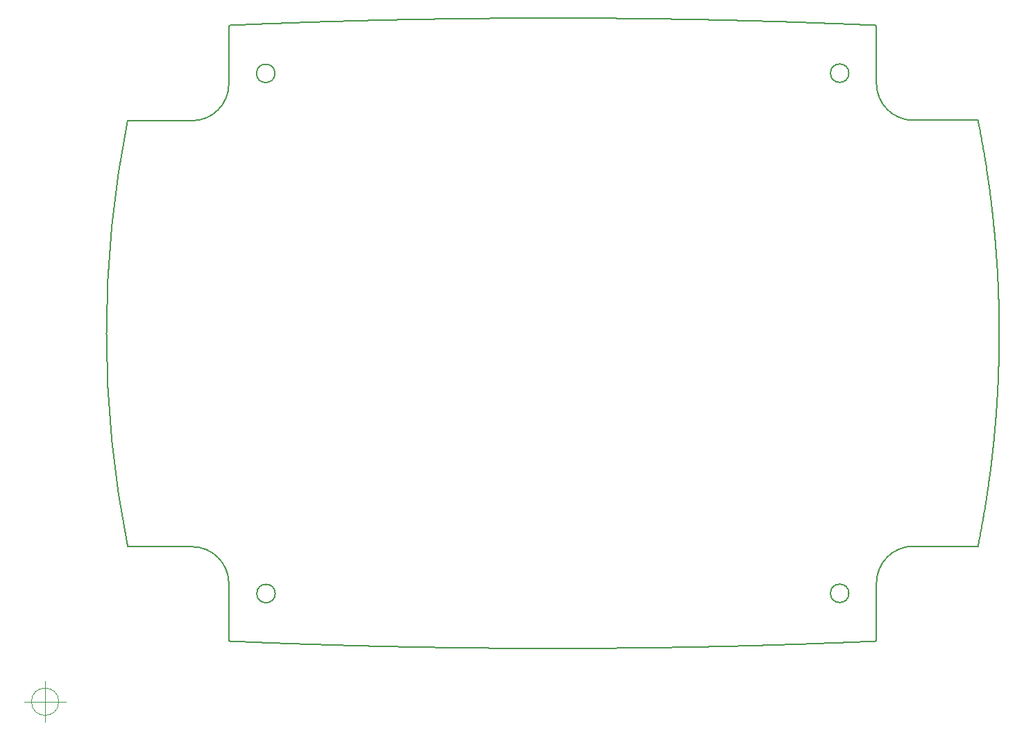
<source format=gbr>
G04 #@! TF.GenerationSoftware,KiCad,Pcbnew,(5.1.0)-1*
G04 #@! TF.CreationDate,2019-09-05T23:41:34+02:00*
G04 #@! TF.ProjectId,button_v1,62757474-6f6e-45f7-9631-2e6b69636164,rev?*
G04 #@! TF.SameCoordinates,Original*
G04 #@! TF.FileFunction,Profile,NP*
%FSLAX46Y46*%
G04 Gerber Fmt 4.6, Leading zero omitted, Abs format (unit mm)*
G04 Created by KiCad (PCBNEW (5.1.0)-1) date 2019-09-05 23:41:34*
%MOMM*%
%LPD*%
G04 APERTURE LIST*
%ADD10C,0.050000*%
%ADD11C,0.200000*%
G04 APERTURE END LIST*
D10*
X62626666Y-137160000D02*
G75*
G03X62626666Y-137160000I-1666666J0D01*
G01*
X58460000Y-137160000D02*
X63460000Y-137160000D01*
X60960000Y-134660000D02*
X60960000Y-139660000D01*
X62626666Y-137160000D02*
G75*
G03X62626666Y-137160000I-1666666J0D01*
G01*
X58460000Y-137160000D02*
X63460000Y-137160000D01*
X60960000Y-134660000D02*
X60960000Y-139660000D01*
D11*
X166922611Y-66180561D02*
X174812837Y-66180561D01*
X89008992Y-60452000D02*
G75*
G03X89008992Y-60452000I-1124992J0D01*
G01*
X83385175Y-61734833D02*
X83385175Y-54595987D01*
X159047992Y-60430562D02*
G75*
G03X159047992Y-60430562I-1124991J0D01*
G01*
X83385052Y-122734730D02*
X83385052Y-129764585D01*
X78885060Y-118234738D02*
X71049892Y-118234738D01*
X71049892Y-118234737D02*
G75*
G02X71028102Y-66234825I129375868J26054175D01*
G01*
X83675484Y-54582968D02*
X83475894Y-54591907D01*
X83475894Y-54591907D02*
X83385175Y-54595987D01*
X84004674Y-54568322D02*
X83809214Y-54577002D01*
X83809214Y-54577002D02*
X83675484Y-54582968D01*
X84663131Y-54539398D02*
X84395619Y-54551088D01*
X84395619Y-54551088D02*
X84189853Y-54560135D01*
X84189853Y-54560135D02*
X84004674Y-54568322D01*
X85321689Y-54510964D02*
X85054137Y-54522454D01*
X85054137Y-54522454D02*
X84807180Y-54533135D01*
X84807180Y-54533135D02*
X84663131Y-54539398D01*
X85980345Y-54483021D02*
X85753920Y-54492569D01*
X85753920Y-54492569D02*
X85548090Y-54501302D01*
X85548090Y-54501302D02*
X85342270Y-54510082D01*
X85342270Y-54510082D02*
X85321689Y-54510964D01*
X87297936Y-54428608D02*
X87071447Y-54437818D01*
X87071447Y-54437818D02*
X86824381Y-54447935D01*
X86824381Y-54447935D02*
X86618506Y-54456417D01*
X86618506Y-54456417D02*
X86412637Y-54464947D01*
X86412637Y-54464947D02*
X86206777Y-54473527D01*
X86206777Y-54473527D02*
X86000929Y-54482154D01*
X86000929Y-54482154D02*
X85980345Y-54483021D01*
X88615878Y-54376162D02*
X88399627Y-54384629D01*
X88399627Y-54384629D02*
X88183389Y-54393152D01*
X88183389Y-54393152D02*
X87977456Y-54401319D01*
X87977456Y-54401319D02*
X87771530Y-54409531D01*
X87771530Y-54409531D02*
X87548881Y-54418466D01*
X87548881Y-54418466D02*
X87328819Y-54427355D01*
X87328819Y-54427355D02*
X87297936Y-54428608D01*
X89934144Y-54325685D02*
X89666344Y-54335776D01*
X89666344Y-54335776D02*
X89460354Y-54343596D01*
X89460354Y-54343596D02*
X89254373Y-54351465D01*
X89254373Y-54351465D02*
X89048396Y-54359379D01*
X89048396Y-54359379D02*
X88842430Y-54367344D01*
X88842430Y-54367344D02*
X88636473Y-54375357D01*
X88636473Y-54375357D02*
X88615878Y-54376162D01*
X91252709Y-54277178D02*
X91026059Y-54285373D01*
X91026059Y-54285373D02*
X90820021Y-54292875D01*
X90820021Y-54292875D02*
X90613993Y-54300425D01*
X90613993Y-54300425D02*
X90407968Y-54308023D01*
X90407968Y-54308023D02*
X90201952Y-54315670D01*
X90201952Y-54315670D02*
X89995944Y-54323365D01*
X89995944Y-54323365D02*
X89934144Y-54325685D01*
X92571545Y-54230645D02*
X92344849Y-54238501D01*
X92344849Y-54238501D02*
X92138771Y-54245693D01*
X92138771Y-54245693D02*
X91927547Y-54253117D01*
X91927547Y-54253117D02*
X91726633Y-54260226D01*
X91726633Y-54260226D02*
X91479363Y-54269038D01*
X91479363Y-54269038D02*
X91252709Y-54277178D01*
X93890627Y-54186086D02*
X93689655Y-54192744D01*
X93689655Y-54192744D02*
X93457776Y-54200487D01*
X93457776Y-54200487D02*
X93251666Y-54207421D01*
X93251666Y-54207421D02*
X93045561Y-54214402D01*
X93045561Y-54214402D02*
X92834309Y-54221607D01*
X92834309Y-54221607D02*
X92633370Y-54228511D01*
X92633370Y-54228511D02*
X92571545Y-54230645D01*
X96529420Y-54102898D02*
X96302617Y-54109734D01*
X96302617Y-54109734D02*
X96096440Y-54116000D01*
X96096440Y-54116000D02*
X95890266Y-54122317D01*
X95890266Y-54122317D02*
X95684096Y-54128681D01*
X95684096Y-54128681D02*
X95477932Y-54135092D01*
X95477932Y-54135092D02*
X95271772Y-54141554D01*
X95271772Y-54141554D02*
X95065616Y-54148063D01*
X95065616Y-54148063D02*
X94854312Y-54154783D01*
X94854312Y-54154783D02*
X94612091Y-54162551D01*
X94612091Y-54162551D02*
X94364723Y-54170553D01*
X94364723Y-54170553D02*
X94076139Y-54179976D01*
X94076139Y-54179976D02*
X93890627Y-54186086D01*
X99168878Y-54027628D02*
X98900782Y-54034909D01*
X98900782Y-54034909D02*
X98653315Y-54041703D01*
X98653315Y-54041703D02*
X98351718Y-54050080D01*
X98351718Y-54050080D02*
X98075908Y-54057830D01*
X98075908Y-54057830D02*
X97869699Y-54063683D01*
X97869699Y-54063683D02*
X97663491Y-54069582D01*
X97663491Y-54069582D02*
X97457287Y-54075530D01*
X97457287Y-54075530D02*
X97258818Y-54081300D01*
X97258818Y-54081300D02*
X97003652Y-54088787D01*
X97003652Y-54088787D02*
X96797462Y-54094890D01*
X96797462Y-54094890D02*
X96591274Y-54101042D01*
X96591274Y-54101042D02*
X96529420Y-54102898D01*
X101808791Y-53960285D02*
X101499408Y-53967764D01*
X101499408Y-53967764D02*
X101293155Y-53972812D01*
X101293155Y-53972812D02*
X101086905Y-53977908D01*
X101086905Y-53977908D02*
X100880655Y-53983053D01*
X100880655Y-53983053D02*
X100674407Y-53988248D01*
X100674407Y-53988248D02*
X100468165Y-53993490D01*
X100468165Y-53993490D02*
X100261921Y-53998780D01*
X100261921Y-53998780D02*
X100065992Y-54003849D01*
X100065992Y-54003849D02*
X99849443Y-54009505D01*
X99849443Y-54009505D02*
X99643207Y-54014940D01*
X99643207Y-54014940D02*
X99436974Y-54020424D01*
X99436974Y-54020424D02*
X99230745Y-54025957D01*
X99230745Y-54025957D02*
X99168878Y-54027628D01*
X104448947Y-53900873D02*
X104222053Y-53905665D01*
X104222053Y-53905665D02*
X104015788Y-53910074D01*
X104015788Y-53910074D02*
X103809523Y-53914531D01*
X103809523Y-53914531D02*
X103603258Y-53919037D01*
X103603258Y-53919037D02*
X103396993Y-53923591D01*
X103396993Y-53923591D02*
X103190728Y-53928195D01*
X103190728Y-53928195D02*
X102984466Y-53932847D01*
X102984466Y-53932847D02*
X102778205Y-53937545D01*
X102778205Y-53937545D02*
X102582256Y-53942055D01*
X102582256Y-53942055D02*
X102324432Y-53948055D01*
X102324432Y-53948055D02*
X102035671Y-53954865D01*
X102035671Y-53954865D02*
X101829416Y-53959789D01*
X101829416Y-53959789D02*
X101808791Y-53960285D01*
X107089131Y-53849395D02*
X106820988Y-53854259D01*
X106820988Y-53854259D02*
X106614728Y-53858057D01*
X106614728Y-53858057D02*
X106408466Y-53861905D01*
X106408466Y-53861905D02*
X106202201Y-53865800D01*
X106202201Y-53865800D02*
X105995937Y-53869745D01*
X105995937Y-53869745D02*
X105789674Y-53873739D01*
X105789674Y-53873739D02*
X105583407Y-53877779D01*
X105583407Y-53877779D02*
X105377142Y-53881869D01*
X105377142Y-53881869D02*
X105170877Y-53886007D01*
X105170877Y-53886007D02*
X104840850Y-53892727D01*
X104840850Y-53892727D02*
X104634585Y-53896992D01*
X104634585Y-53896992D02*
X104448947Y-53900873D01*
X109729131Y-53805852D02*
X109419772Y-53810541D01*
X109419772Y-53810541D02*
X109131033Y-53815019D01*
X109131033Y-53815019D02*
X108801039Y-53820251D01*
X108801039Y-53820251D02*
X108594792Y-53823586D01*
X108594792Y-53823586D02*
X108388542Y-53826969D01*
X108388542Y-53826969D02*
X108182290Y-53830399D01*
X108182290Y-53830399D02*
X107976036Y-53833879D01*
X107976036Y-53833879D02*
X107769782Y-53837407D01*
X107769782Y-53837407D02*
X107563524Y-53840983D01*
X107563524Y-53840983D02*
X107357266Y-53844607D01*
X107357266Y-53844607D02*
X107151007Y-53848282D01*
X107151007Y-53848282D02*
X107089131Y-53849395D01*
X112368731Y-53770248D02*
X112141906Y-53772994D01*
X112141906Y-53772994D02*
X111935699Y-53775543D01*
X111935699Y-53775543D02*
X111729493Y-53778140D01*
X111729493Y-53778140D02*
X111523281Y-53780786D01*
X111523281Y-53780786D02*
X111317067Y-53783480D01*
X111317067Y-53783480D02*
X111110850Y-53786223D01*
X111110850Y-53786223D02*
X110863387Y-53789579D01*
X110863387Y-53789579D02*
X110657163Y-53792427D01*
X110657163Y-53792427D02*
X110450939Y-53795325D01*
X110450939Y-53795325D02*
X110244710Y-53798271D01*
X110244710Y-53798271D02*
X109955986Y-53802478D01*
X109955986Y-53802478D02*
X109749754Y-53805542D01*
X109749754Y-53805542D02*
X109729131Y-53805852D01*
X115007977Y-53742574D02*
X114739929Y-53745021D01*
X114739929Y-53745021D02*
X114533740Y-53746961D01*
X114533740Y-53746961D02*
X114327553Y-53748950D01*
X114327553Y-53748950D02*
X114121363Y-53750985D01*
X114121363Y-53750985D02*
X113915176Y-53753070D01*
X113915176Y-53753070D02*
X113708987Y-53755204D01*
X113708987Y-53755204D02*
X113502799Y-53757384D01*
X113502799Y-53757384D02*
X113296607Y-53759614D01*
X113296607Y-53759614D02*
X113090416Y-53761892D01*
X113090416Y-53761892D02*
X112760505Y-53765636D01*
X112760505Y-53765636D02*
X112554308Y-53768041D01*
X112554308Y-53768041D02*
X112368731Y-53770248D01*
X117647286Y-53722807D02*
X117420464Y-53724194D01*
X117420464Y-53724194D02*
X117090546Y-53726316D01*
X117090546Y-53726316D02*
X116843108Y-53727990D01*
X116843108Y-53727990D02*
X116636910Y-53729438D01*
X116636910Y-53729438D02*
X116430713Y-53730934D01*
X116430713Y-53730934D02*
X116224516Y-53732478D01*
X116224516Y-53732478D02*
X116018321Y-53734071D01*
X116018321Y-53734071D02*
X115812125Y-53735712D01*
X115812125Y-53735712D02*
X115605931Y-53737402D01*
X115605931Y-53737402D02*
X115399739Y-53739138D01*
X115399739Y-53739138D02*
X115069834Y-53742018D01*
X115069834Y-53742018D02*
X115007977Y-53742574D01*
X122926068Y-53706995D02*
X122699240Y-53707022D01*
X122699240Y-53707022D02*
X122493035Y-53707099D01*
X122493035Y-53707099D02*
X122286830Y-53707225D01*
X122286830Y-53707225D02*
X122080625Y-53707397D01*
X122080625Y-53707397D02*
X121874420Y-53707620D01*
X121874420Y-53707620D02*
X121668215Y-53707890D01*
X121668215Y-53707890D02*
X121420771Y-53708277D01*
X121420771Y-53708277D02*
X121132086Y-53708818D01*
X121132086Y-53708818D02*
X120925884Y-53709262D01*
X120925884Y-53709262D02*
X120719679Y-53709754D01*
X120719679Y-53709754D02*
X120513477Y-53710294D01*
X120513477Y-53710294D02*
X120307276Y-53710884D01*
X120307276Y-53710884D02*
X120101072Y-53711521D01*
X120101072Y-53711521D02*
X119894870Y-53712205D01*
X119894870Y-53712205D02*
X119688668Y-53712939D01*
X119688668Y-53712939D02*
X119358746Y-53714213D01*
X119358746Y-53714213D02*
X119152546Y-53715072D01*
X119152546Y-53715072D02*
X118946346Y-53715980D01*
X118946346Y-53715980D02*
X118740144Y-53716934D01*
X118740144Y-53716934D02*
X118533942Y-53717938D01*
X118533942Y-53717938D02*
X118327744Y-53718991D01*
X118327744Y-53718991D02*
X118121543Y-53720090D01*
X118121543Y-53720090D02*
X117915343Y-53721240D01*
X117915343Y-53721240D02*
X117709144Y-53722437D01*
X117709144Y-53722437D02*
X117647286Y-53722807D01*
X128204766Y-53722808D02*
X127977948Y-53721476D01*
X127977948Y-53721476D02*
X127730511Y-53720091D01*
X127730511Y-53720091D02*
X127524315Y-53718992D01*
X127524315Y-53718992D02*
X127318118Y-53717939D01*
X127318118Y-53717939D02*
X127111920Y-53716935D01*
X127111920Y-53716935D02*
X126905724Y-53715981D01*
X126905724Y-53715981D02*
X126699524Y-53715072D01*
X126699524Y-53715072D02*
X126493327Y-53714213D01*
X126493327Y-53714213D02*
X126287129Y-53713403D01*
X126287129Y-53713403D02*
X125998450Y-53712348D01*
X125998450Y-53712348D02*
X125751013Y-53711521D01*
X125751013Y-53711521D02*
X125544815Y-53710884D01*
X125544815Y-53710884D02*
X125328303Y-53710265D01*
X125328303Y-53710265D02*
X125091173Y-53709652D01*
X125091173Y-53709652D02*
X124802493Y-53708989D01*
X124802493Y-53708989D02*
X124596294Y-53708575D01*
X124596294Y-53708575D02*
X124307614Y-53708075D01*
X124307614Y-53708075D02*
X123977692Y-53707620D01*
X123977692Y-53707620D02*
X123771492Y-53707397D01*
X123771492Y-53707397D02*
X123565292Y-53707225D01*
X123565292Y-53707225D02*
X123359089Y-53707099D01*
X123359089Y-53707099D02*
X123152887Y-53707022D01*
X123152887Y-53707022D02*
X122926068Y-53706995D01*
X130844032Y-53742575D02*
X130575985Y-53740204D01*
X130575985Y-53740204D02*
X130369797Y-53738438D01*
X130369797Y-53738438D02*
X130163606Y-53736720D01*
X130163606Y-53736720D02*
X129957415Y-53735050D01*
X129957415Y-53735050D02*
X129751222Y-53733428D01*
X129751222Y-53733428D02*
X129545032Y-53731855D01*
X129545032Y-53731855D02*
X129338835Y-53730330D01*
X129338835Y-53730330D02*
X129132641Y-53728853D01*
X129132641Y-53728853D02*
X128926448Y-53727425D01*
X128926448Y-53727425D02*
X128596535Y-53725240D01*
X128596535Y-53725240D02*
X128349100Y-53723682D01*
X128349100Y-53723682D02*
X128204766Y-53722808D01*
X133483234Y-53770249D02*
X133215180Y-53767074D01*
X133215180Y-53767074D02*
X132885275Y-53763282D01*
X132885275Y-53763282D02*
X132637847Y-53760520D01*
X132637847Y-53760520D02*
X132349184Y-53757385D01*
X132349184Y-53757385D02*
X132143000Y-53755205D01*
X132143000Y-53755205D02*
X131936813Y-53753071D01*
X131936813Y-53753071D02*
X131730626Y-53750986D01*
X131730626Y-53750986D02*
X131524443Y-53748951D01*
X131524443Y-53748951D02*
X131318258Y-53746962D01*
X131318258Y-53746962D02*
X131112072Y-53745022D01*
X131112072Y-53745022D02*
X130905886Y-53743132D01*
X130905886Y-53743132D02*
X130844032Y-53742575D01*
X136122731Y-53805851D02*
X135895882Y-53802477D01*
X135895882Y-53802477D02*
X135689661Y-53799462D01*
X135689661Y-53799462D02*
X135483441Y-53796498D01*
X135483441Y-53796498D02*
X135277224Y-53793580D01*
X135277224Y-53793580D02*
X135071008Y-53790712D01*
X135071008Y-53790712D02*
X134864796Y-53787892D01*
X134864796Y-53787892D02*
X134617344Y-53784571D01*
X134617344Y-53784571D02*
X134328655Y-53780786D01*
X134328655Y-53780786D02*
X134122451Y-53778140D01*
X134122451Y-53778140D02*
X133916248Y-53775543D01*
X133916248Y-53775543D02*
X133710049Y-53772995D01*
X133710049Y-53772995D02*
X133503853Y-53770495D01*
X133503853Y-53770495D02*
X133483234Y-53770249D01*
X138762561Y-53849390D02*
X138535689Y-53845334D01*
X138535689Y-53845334D02*
X138288197Y-53840979D01*
X138288197Y-53840979D02*
X138081955Y-53837403D01*
X138081955Y-53837403D02*
X137875712Y-53833875D01*
X137875712Y-53833875D02*
X137669473Y-53830396D01*
X137669473Y-53830396D02*
X137463237Y-53826966D01*
X137463237Y-53826966D02*
X137256999Y-53823584D01*
X137256999Y-53823584D02*
X137050764Y-53820249D01*
X137050764Y-53820249D02*
X136844529Y-53816964D01*
X136844529Y-53816964D02*
X136638298Y-53813728D01*
X136638298Y-53813728D02*
X136432068Y-53810540D01*
X136432068Y-53810540D02*
X136225841Y-53807401D01*
X136225841Y-53807401D02*
X136122731Y-53805851D01*
X141402535Y-53900864D02*
X141134410Y-53895272D01*
X141134410Y-53895272D02*
X140804410Y-53888504D01*
X140804410Y-53888504D02*
X140556913Y-53883510D01*
X140556913Y-53883510D02*
X140268164Y-53877771D01*
X140268164Y-53877771D02*
X140061917Y-53873732D01*
X140061917Y-53873732D02*
X139855667Y-53869738D01*
X139855667Y-53869738D02*
X139649419Y-53865794D01*
X139649419Y-53865794D02*
X139443171Y-53861900D01*
X139443171Y-53861900D02*
X139236925Y-53858052D01*
X139236925Y-53858052D02*
X139030678Y-53854254D01*
X139030678Y-53854254D02*
X138824433Y-53850504D01*
X138824433Y-53850504D02*
X138762561Y-53849390D01*
X144042464Y-53960269D02*
X143815598Y-53954850D01*
X143815598Y-53954850D02*
X143609359Y-53949976D01*
X143609359Y-53949976D02*
X143403118Y-53945152D01*
X143403118Y-53945152D02*
X143196875Y-53940374D01*
X143196875Y-53940374D02*
X142988052Y-53935587D01*
X142988052Y-53935587D02*
X142784388Y-53930968D01*
X142784388Y-53930968D02*
X142536894Y-53925415D01*
X142536894Y-53925415D02*
X142248148Y-53919026D01*
X142248148Y-53919026D02*
X142041903Y-53914521D01*
X142041903Y-53914521D02*
X141835653Y-53910064D01*
X141835653Y-53910064D02*
X141629406Y-53905656D01*
X141629406Y-53905656D02*
X141423158Y-53901296D01*
X141423158Y-53901296D02*
X141402535Y-53900864D01*
X146682160Y-54027605D02*
X146442433Y-54021160D01*
X146442433Y-54021160D02*
X146196262Y-54014610D01*
X146196262Y-54014610D02*
X145919155Y-54007323D01*
X145919155Y-54007323D02*
X145712934Y-54001956D01*
X145712934Y-54001956D02*
X145506707Y-53996637D01*
X145506707Y-53996637D02*
X145310793Y-53991630D01*
X145310793Y-53991630D02*
X145094253Y-53986145D01*
X145094253Y-53986145D02*
X144805530Y-53978916D01*
X144805530Y-53978916D02*
X144558051Y-53972795D01*
X144558051Y-53972795D02*
X144346661Y-53967621D01*
X144346661Y-53967621D02*
X144145581Y-53962749D01*
X144145581Y-53962749D02*
X144042464Y-53960269D01*
X149321436Y-54102867D02*
X149053407Y-54094860D01*
X149053407Y-54094860D02*
X148805991Y-54087542D01*
X148805991Y-54087542D02*
X148599808Y-54081498D01*
X148599808Y-54081498D02*
X148393621Y-54075502D01*
X148393621Y-54075502D02*
X148187433Y-54069555D01*
X148187433Y-54069555D02*
X147906493Y-54061528D01*
X147906493Y-54061528D02*
X147692565Y-54055477D01*
X147692565Y-54055477D02*
X147486364Y-54049694D01*
X147486364Y-54049694D02*
X147280161Y-54043959D01*
X147280161Y-54043959D02*
X147073955Y-54038273D01*
X147073955Y-54038273D02*
X146826505Y-54031514D01*
X146826505Y-54031514D02*
X146682160Y-54027605D01*
X151960106Y-54186048D02*
X151733371Y-54178587D01*
X151733371Y-54178587D02*
X151527245Y-54171855D01*
X151527245Y-54171855D02*
X151321117Y-54165175D01*
X151321117Y-54165175D02*
X151042833Y-54156230D01*
X151042833Y-54156230D02*
X150836692Y-54149662D01*
X150836692Y-54149662D02*
X150620241Y-54142817D01*
X150620241Y-54142817D02*
X150414090Y-54136347D01*
X150414090Y-54136347D02*
X150207937Y-54129926D01*
X150207937Y-54129926D02*
X150012088Y-54123870D01*
X150012088Y-54123870D02*
X149813658Y-54117779D01*
X149813658Y-54117779D02*
X149609426Y-54111557D01*
X149609426Y-54111557D02*
X149383285Y-54104724D01*
X149383285Y-54104724D02*
X149321436Y-54102867D01*
X153279157Y-54230605D02*
X153052457Y-54222803D01*
X153052457Y-54222803D02*
X152815449Y-54214712D01*
X152815449Y-54214712D02*
X152599045Y-54207382D01*
X152599045Y-54207382D02*
X152392940Y-54200448D01*
X152392940Y-54200448D02*
X152186829Y-54193563D01*
X152186829Y-54193563D02*
X151991022Y-54187068D01*
X151991022Y-54187068D02*
X151960106Y-54186048D01*
X154597986Y-54277136D02*
X154371327Y-54268996D01*
X154371327Y-54268996D02*
X154175571Y-54262014D01*
X154175571Y-54262014D02*
X153959205Y-54254349D01*
X153959205Y-54254349D02*
X153762149Y-54247412D01*
X153762149Y-54247412D02*
X153554787Y-54240163D01*
X153554787Y-54240163D02*
X153340980Y-54232740D01*
X153340980Y-54232740D02*
X153279157Y-54230605D01*
X155916572Y-54325642D02*
X155659054Y-54316011D01*
X155659054Y-54316011D02*
X155453033Y-54308362D01*
X155453033Y-54308362D02*
X155236706Y-54300383D01*
X155236706Y-54300383D02*
X155025521Y-54292644D01*
X155025521Y-54292644D02*
X154824634Y-54285331D01*
X154824634Y-54285331D02*
X154597986Y-54277136D01*
X157234890Y-54376119D02*
X157008321Y-54367301D01*
X157008321Y-54367301D02*
X156802346Y-54359336D01*
X156802346Y-54359336D02*
X156596363Y-54351422D01*
X156596363Y-54351422D02*
X156390372Y-54343553D01*
X156390372Y-54343553D02*
X156184374Y-54335733D01*
X156184374Y-54335733D02*
X155978372Y-54327963D01*
X155978372Y-54327963D02*
X155916572Y-54325642D01*
X158552917Y-54428568D02*
X158285214Y-54417753D01*
X158285214Y-54417753D02*
X158079284Y-54409490D01*
X158079284Y-54409490D02*
X157873345Y-54401276D01*
X157873345Y-54401276D02*
X157667398Y-54393109D01*
X157667398Y-54393109D02*
X157471742Y-54385396D01*
X157471742Y-54385396D02*
X157255486Y-54376923D01*
X157255486Y-54376923D02*
X157234890Y-54376119D01*
X159870630Y-54482984D02*
X159675050Y-54474780D01*
X159675050Y-54474780D02*
X159479465Y-54466621D01*
X159479465Y-54466621D02*
X159242695Y-54456803D01*
X159242695Y-54456803D02*
X159026504Y-54447895D01*
X159026504Y-54447895D02*
X158820600Y-54439459D01*
X158820600Y-54439459D02*
X158614690Y-54431073D01*
X158614690Y-54431073D02*
X158552917Y-54428568D01*
X160529362Y-54510930D02*
X160302929Y-54501267D01*
X160302929Y-54501267D02*
X160044324Y-54490301D01*
X160044324Y-54490301D02*
X159870630Y-54482984D01*
X161188006Y-54539367D02*
X160920440Y-54527753D01*
X160920440Y-54527753D02*
X160714613Y-54518876D01*
X160714613Y-54518876D02*
X160529362Y-54510930D01*
X161846560Y-54568295D02*
X161620190Y-54558295D01*
X161620190Y-54558295D02*
X161414392Y-54549253D01*
X161414392Y-54549253D02*
X161208586Y-54540263D01*
X161208586Y-54540263D02*
X161188006Y-54539367D01*
X162175803Y-54582944D02*
X161949450Y-54572858D01*
X161949450Y-54572858D02*
X161846560Y-54568295D01*
X162422619Y-54594006D02*
X162175803Y-54582944D01*
X83385175Y-61734833D02*
G75*
G02X78885183Y-66234825I-4499992J0D01*
G01*
X78885183Y-66234825D02*
X71028102Y-66234825D01*
X166922611Y-66180561D02*
G75*
G02X162422619Y-61680569I0J4499992D01*
G01*
X162422457Y-122680476D02*
G75*
G02X166922449Y-118180484I4499992J0D01*
G01*
X78885060Y-118234738D02*
G75*
G02X83385052Y-122734730I0J-4499992D01*
G01*
X89047981Y-123951873D02*
G75*
G03X89047981Y-123951873I-1124992J0D01*
G01*
X174908656Y-66662027D02*
X174874424Y-66488954D01*
X174874424Y-66488954D02*
X174836206Y-66297129D01*
X174836206Y-66297129D02*
X174812837Y-66180561D01*
X175089100Y-67595319D02*
X175054381Y-67412924D01*
X175054381Y-67412924D02*
X175018707Y-67226937D01*
X175018707Y-67226937D02*
X174984181Y-67048297D01*
X174984181Y-67048297D02*
X174950122Y-66873351D01*
X174950122Y-66873351D02*
X174915829Y-66698455D01*
X174915829Y-66698455D02*
X174908656Y-66662027D01*
X175262833Y-68529970D02*
X175229426Y-68347314D01*
X175229426Y-68347314D02*
X175197117Y-68172014D01*
X175197117Y-68172014D02*
X175164571Y-67996760D01*
X175164571Y-67996760D02*
X175132430Y-67824975D01*
X175132430Y-67824975D02*
X175098772Y-67646395D01*
X175098772Y-67646395D02*
X175089100Y-67595319D01*
X175429843Y-69465929D02*
X175397750Y-69283021D01*
X175397750Y-69283021D02*
X175364753Y-69096509D01*
X175364753Y-69096509D02*
X175332798Y-68917358D01*
X175332798Y-68917358D02*
X175301256Y-68741909D01*
X175301256Y-68741909D02*
X175269148Y-68564677D01*
X175269148Y-68564677D02*
X175262833Y-68529970D01*
X175590118Y-70403140D02*
X175559959Y-70223654D01*
X175559959Y-70223654D02*
X175529556Y-70044217D01*
X175529556Y-70044217D02*
X175499535Y-69868484D01*
X175499535Y-69868484D02*
X175469276Y-69692795D01*
X175469276Y-69692795D02*
X175439257Y-69519892D01*
X175439257Y-69519892D02*
X175429843Y-69465929D01*
X175743647Y-71341550D02*
X175714038Y-71157254D01*
X175714038Y-71157254D02*
X175685669Y-70982173D01*
X175685669Y-70982173D02*
X175657514Y-70809882D01*
X175657514Y-70809882D02*
X175625491Y-70615644D01*
X175625491Y-70615644D02*
X175596851Y-70443435D01*
X175596851Y-70443435D02*
X175590118Y-70403140D01*
X176030427Y-73221757D02*
X176001453Y-73023247D01*
X176001453Y-73023247D02*
X175975450Y-72846837D01*
X175975450Y-72846837D02*
X175947012Y-72655765D01*
X175947012Y-72655765D02*
X175920512Y-72479433D01*
X175920512Y-72479433D02*
X175893776Y-72303139D01*
X175893776Y-72303139D02*
X175866800Y-72126882D01*
X175866800Y-72126882D02*
X175839586Y-71950664D01*
X175839586Y-71950664D02*
X175812136Y-71774485D01*
X175812136Y-71774485D02*
X175784448Y-71598347D01*
X175784448Y-71598347D02*
X175751846Y-71392900D01*
X175751846Y-71392900D02*
X175743647Y-71341550D01*
X176290113Y-75106112D02*
X176265946Y-74921919D01*
X176265946Y-74921919D02*
X176238574Y-74715670D01*
X176238574Y-74715670D02*
X176212868Y-74524193D01*
X176212868Y-74524193D02*
X176187633Y-74338276D01*
X176187633Y-74338276D02*
X176162644Y-74156080D01*
X176162644Y-74156080D02*
X176137655Y-73975758D01*
X176137655Y-73975758D02*
X176112937Y-73799152D01*
X176112937Y-73799152D02*
X176084321Y-73596837D01*
X176084321Y-73596837D02*
X176059093Y-73420307D01*
X176059093Y-73420307D02*
X176033625Y-73243815D01*
X176033625Y-73243815D02*
X176030427Y-73221757D01*
X176522635Y-76994179D02*
X176501124Y-76809643D01*
X176501124Y-76809643D02*
X176478918Y-76621452D01*
X176478918Y-76621452D02*
X176457492Y-76442054D01*
X176457492Y-76442054D02*
X176434144Y-76248860D01*
X176434144Y-76248860D02*
X176411303Y-76062151D01*
X176411303Y-76062151D02*
X176388770Y-75880088D01*
X176388770Y-75880088D02*
X176364242Y-75684229D01*
X176364242Y-75684229D02*
X176340482Y-75496708D01*
X176340482Y-75496708D02*
X176315855Y-75304611D01*
X176315855Y-75304611D02*
X176290113Y-75106112D01*
X176727917Y-78885511D02*
X176709069Y-78700676D01*
X176709069Y-78700676D02*
X176689001Y-78506632D01*
X176689001Y-78506632D02*
X176669036Y-78316315D01*
X176669036Y-78316315D02*
X176649784Y-78135262D01*
X176649784Y-78135262D02*
X176629485Y-77946851D01*
X176629485Y-77946851D02*
X176605861Y-77730766D01*
X176605861Y-77730766D02*
X176585597Y-77547959D01*
X176585597Y-77547959D02*
X176564034Y-77355950D01*
X176564034Y-77355950D02*
X176538805Y-77134442D01*
X176538805Y-77134442D02*
X176522635Y-76994179D01*
X176905902Y-80779667D02*
X176889721Y-80594576D01*
X176889721Y-80594576D02*
X176872620Y-80402107D01*
X176872620Y-80402107D02*
X176855236Y-80209667D01*
X176855236Y-80209667D02*
X176836114Y-80001523D01*
X176836114Y-80001523D02*
X176818234Y-79810063D01*
X176818234Y-79810063D02*
X176799982Y-79617703D01*
X176799982Y-79617703D02*
X176781452Y-79425369D01*
X176781452Y-79425369D02*
X176762638Y-79233064D01*
X176762638Y-79233064D02*
X176742063Y-79025998D01*
X176742063Y-79025998D02*
X176727917Y-78885511D01*
X177056566Y-82676220D02*
X177038951Y-82435327D01*
X177038951Y-82435327D02*
X177023422Y-82227815D01*
X177023422Y-82227815D02*
X177008426Y-82031444D01*
X177008426Y-82031444D02*
X176993428Y-81838799D01*
X176993428Y-81838799D02*
X176978147Y-81646176D01*
X176978147Y-81646176D02*
X176962585Y-81453576D01*
X176962585Y-81453576D02*
X176946742Y-81261001D01*
X176946742Y-81261001D02*
X176930615Y-81068448D01*
X176930615Y-81068448D02*
X176914209Y-80875920D01*
X176914209Y-80875920D02*
X176905902Y-80779667D01*
X177179887Y-84574739D02*
X177167288Y-84359585D01*
X177167288Y-84359585D02*
X177155697Y-84166707D01*
X177155697Y-84166707D02*
X177143823Y-83973847D01*
X177143823Y-83973847D02*
X177131667Y-83781003D01*
X177131667Y-83781003D02*
X177119229Y-83588179D01*
X177119229Y-83588179D02*
X177106509Y-83395369D01*
X177106509Y-83395369D02*
X177093506Y-83202581D01*
X177093506Y-83202581D02*
X177080609Y-83015371D01*
X177080609Y-83015371D02*
X177066656Y-82817062D01*
X177066656Y-82817062D02*
X177056566Y-82676220D01*
X177344415Y-88375966D02*
X177338472Y-88175410D01*
X177338472Y-88175410D02*
X177331038Y-87937729D01*
X177331038Y-87937729D02*
X177324555Y-87740906D01*
X177324555Y-87740906D02*
X177317520Y-87536669D01*
X177317520Y-87536669D02*
X177310577Y-87343580D01*
X177310577Y-87343580D02*
X177302215Y-87120794D01*
X177302215Y-87120794D02*
X177294664Y-86927726D01*
X177294664Y-86927726D02*
X177286830Y-86734668D01*
X177286830Y-86734668D02*
X177278634Y-86539762D01*
X177278634Y-86539762D02*
X177269658Y-86333733D01*
X177269658Y-86333733D02*
X177260955Y-86140709D01*
X177260955Y-86140709D02*
X177251970Y-85947698D01*
X177251970Y-85947698D02*
X177242703Y-85754699D01*
X177242703Y-85754699D02*
X177233153Y-85561714D01*
X177233153Y-85561714D02*
X177222551Y-85353896D01*
X177222551Y-85353896D02*
X177211028Y-85134964D01*
X177211028Y-85134964D02*
X177200368Y-84938315D01*
X177200368Y-84938315D02*
X177189624Y-84745388D01*
X177189624Y-84745388D02*
X177179887Y-84574739D01*
X177399308Y-92179917D02*
X177399153Y-91979299D01*
X177399153Y-91979299D02*
X177398627Y-91756393D01*
X177398627Y-91756393D02*
X177397573Y-91503766D01*
X177397573Y-91503766D02*
X177396140Y-91265999D01*
X177396140Y-91265999D02*
X177394145Y-91013374D01*
X177394145Y-91013374D02*
X177391826Y-90775611D01*
X177391826Y-90775611D02*
X177389077Y-90537850D01*
X177389077Y-90537850D02*
X177386321Y-90329813D01*
X177386321Y-90329813D02*
X177383235Y-90121777D01*
X177383235Y-90121777D02*
X177379823Y-89913746D01*
X177379823Y-89913746D02*
X177375519Y-89676001D01*
X177375519Y-89676001D02*
X177370789Y-89438262D01*
X177370789Y-89438262D02*
X177365628Y-89200530D01*
X177365628Y-89200530D02*
X177360763Y-88992521D01*
X177360763Y-88992521D02*
X177354979Y-88761768D01*
X177354979Y-88761768D02*
X177349639Y-88561667D01*
X177349639Y-88561667D02*
X177344415Y-88375966D01*
X177344328Y-95983454D02*
X177349968Y-95782929D01*
X177349968Y-95782929D02*
X177356261Y-95545262D01*
X177356261Y-95545262D02*
X177362125Y-95307586D01*
X177362125Y-95307586D02*
X177366905Y-95099610D01*
X177366905Y-95099610D02*
X177371659Y-94876769D01*
X177371659Y-94876769D02*
X177375758Y-94668778D01*
X177375758Y-94668778D02*
X177379528Y-94460780D01*
X177379528Y-94460780D02*
X177382969Y-94252775D01*
X177382969Y-94252775D02*
X177386500Y-94015051D01*
X177386500Y-94015051D02*
X177389601Y-93777316D01*
X177389601Y-93777316D02*
X177392426Y-93524719D01*
X177392426Y-93524719D02*
X177394642Y-93286972D01*
X177394642Y-93286972D02*
X177396716Y-93004642D01*
X177396716Y-93004642D02*
X177397856Y-92796606D01*
X177397856Y-92796606D02*
X177398757Y-92558847D01*
X177398757Y-92558847D02*
X177399229Y-92321086D01*
X177399229Y-92321086D02*
X177399308Y-92179917D01*
X177179589Y-99783734D02*
X177191009Y-99583455D01*
X177191009Y-99583455D02*
X177203346Y-99360909D01*
X177203346Y-99360909D02*
X177213732Y-99168018D01*
X177213732Y-99168018D02*
X177223739Y-98976967D01*
X177223739Y-98976967D02*
X177233659Y-98782192D01*
X177233659Y-98782192D02*
X177243200Y-98589257D01*
X177243200Y-98589257D02*
X177253157Y-98381466D01*
X177253157Y-98381466D02*
X177262110Y-98188502D01*
X177262110Y-98188502D02*
X177270783Y-97995526D01*
X177270783Y-97995526D02*
X177280436Y-97772845D01*
X177280436Y-97772845D02*
X177288496Y-97579841D01*
X177288496Y-97579841D02*
X177296277Y-97386827D01*
X177296277Y-97386827D02*
X177303842Y-97191946D01*
X177303842Y-97191946D02*
X177311530Y-96985917D01*
X177311530Y-96985917D02*
X177319477Y-96763168D01*
X177319477Y-96763168D02*
X177326554Y-96555257D01*
X177326554Y-96555257D02*
X177333304Y-96347337D01*
X177333304Y-96347337D02*
X177340171Y-96124552D01*
X177340171Y-96124552D02*
X177344328Y-95983454D01*
X176905447Y-103577648D02*
X176921758Y-103387961D01*
X176921758Y-103387961D02*
X176938887Y-103185301D01*
X176938887Y-103185301D02*
X176954865Y-102992797D01*
X176954865Y-102992797D02*
X176970563Y-102800267D01*
X176970563Y-102800267D02*
X176985687Y-102611418D01*
X176985687Y-102611418D02*
X177001115Y-102415141D01*
X177001115Y-102415141D02*
X177015969Y-102222543D01*
X177015969Y-102222543D02*
X177030540Y-102029925D01*
X177030540Y-102029925D02*
X177045919Y-101822466D01*
X177045919Y-101822466D02*
X177059906Y-101629806D01*
X177059906Y-101629806D02*
X177073611Y-101437125D01*
X177073611Y-101437125D02*
X177087034Y-101244421D01*
X177087034Y-101244421D02*
X177100176Y-101051700D01*
X177100176Y-101051700D02*
X177113037Y-100858961D01*
X177113037Y-100858961D02*
X177125615Y-100666202D01*
X177125615Y-100666202D02*
X177137911Y-100473424D01*
X177137911Y-100473424D02*
X177149926Y-100280630D01*
X177149926Y-100280630D02*
X177161658Y-100087816D01*
X177161658Y-100087816D02*
X177173109Y-99894987D01*
X177173109Y-99894987D02*
X177179589Y-99783734D01*
X176522261Y-107362090D02*
X176543495Y-107177566D01*
X176543495Y-107177566D02*
X176565306Y-106985633D01*
X176565306Y-106985633D02*
X176586836Y-106793668D01*
X176586836Y-106793668D02*
X176606869Y-106612750D01*
X176606869Y-106612750D02*
X176627456Y-106424421D01*
X176627456Y-106424421D02*
X176646979Y-106243446D01*
X176646979Y-106243446D02*
X176667037Y-106055059D01*
X176667037Y-106055059D02*
X176687209Y-105862946D01*
X176687209Y-105862946D02*
X176707100Y-105670805D01*
X176707100Y-105670805D02*
X176726713Y-105478636D01*
X176726713Y-105478636D02*
X176746040Y-105286436D01*
X176746040Y-105286436D02*
X176766723Y-105077573D01*
X176766723Y-105077573D02*
X176784931Y-104890863D01*
X176784931Y-104890863D02*
X176803755Y-104694883D01*
X176803755Y-104694883D02*
X176821940Y-104502574D01*
X176821940Y-104502574D02*
X176839843Y-104310238D01*
X176839843Y-104310238D02*
X176857467Y-104117875D01*
X176857467Y-104117875D02*
X176874809Y-103925487D01*
X176874809Y-103925487D02*
X176893170Y-103718272D01*
X176893170Y-103718272D02*
X176905447Y-103577648D01*
X175430193Y-114890123D02*
X175462006Y-114707124D01*
X175462006Y-114707124D02*
X175494821Y-114516762D01*
X175494821Y-114516762D02*
X175524866Y-114341000D01*
X175524866Y-114341000D02*
X175554673Y-114165199D01*
X175554673Y-114165199D02*
X175584244Y-113989357D01*
X175584244Y-113989357D02*
X175613575Y-113813475D01*
X175613575Y-113813475D02*
X175645837Y-113618308D01*
X175645837Y-113618308D02*
X175676315Y-113432263D01*
X175676315Y-113432263D02*
X175707266Y-113241590D01*
X175707266Y-113241590D02*
X175737938Y-113050871D01*
X175737938Y-113050871D02*
X175766004Y-112874783D01*
X175766004Y-112874783D02*
X175793832Y-112698657D01*
X175793832Y-112698657D02*
X175823710Y-112507812D01*
X175823710Y-112507812D02*
X175853310Y-112316925D01*
X175853310Y-112316925D02*
X175882631Y-112125994D01*
X175882631Y-112125994D02*
X175914170Y-111918491D01*
X175914170Y-111918491D02*
X175940434Y-111744005D01*
X175940434Y-111744005D02*
X175966737Y-111567646D01*
X175966737Y-111567646D02*
X175992801Y-111391251D01*
X175992801Y-111391251D02*
X176018628Y-111214822D01*
X176018628Y-111214822D02*
X176046339Y-111023652D01*
X176046339Y-111023652D02*
X176071668Y-110847149D01*
X176071668Y-110847149D02*
X176096761Y-110670616D01*
X176096761Y-110670616D02*
X176121614Y-110494046D01*
X176121614Y-110494046D02*
X176146230Y-110317445D01*
X176146230Y-110317445D02*
X176172629Y-110126088D01*
X176172629Y-110126088D02*
X176196749Y-109949418D01*
X176196749Y-109949418D02*
X176220630Y-109772715D01*
X176220630Y-109772715D02*
X176248191Y-109566520D01*
X176248191Y-109566520D02*
X176271556Y-109389748D01*
X176271556Y-109389748D02*
X176296599Y-109198212D01*
X176296599Y-109198212D02*
X176327038Y-108962422D01*
X176327038Y-108962422D02*
X176355189Y-108741322D01*
X176355189Y-108741322D02*
X176379285Y-108549662D01*
X176379285Y-108549662D02*
X176405148Y-108341376D01*
X176405148Y-108341376D02*
X176428436Y-108151488D01*
X176428436Y-108151488D02*
X176450114Y-107972632D01*
X176450114Y-107972632D02*
X176474625Y-107767924D01*
X176474625Y-107767924D02*
X176497300Y-107576091D01*
X176497300Y-107576091D02*
X176519694Y-107384229D01*
X176519694Y-107384229D02*
X176522261Y-107362090D01*
X174812626Y-118180484D02*
X174851111Y-117988127D01*
X174851111Y-117988127D02*
X174886774Y-117808543D01*
X174886774Y-117808543D02*
X174922188Y-117628910D01*
X174922188Y-117628910D02*
X174957353Y-117449230D01*
X174957353Y-117449230D02*
X174991025Y-117275919D01*
X174991025Y-117275919D02*
X175026932Y-117089722D01*
X175026932Y-117089722D02*
X175060124Y-116916321D01*
X175060124Y-116916321D02*
X175095515Y-116730025D01*
X175095515Y-116730025D02*
X175129433Y-116550107D01*
X175129433Y-116550107D02*
X175161900Y-116376567D01*
X175161900Y-116376567D02*
X175196515Y-116190126D01*
X175196515Y-116190126D02*
X175228503Y-116016499D01*
X175228503Y-116016499D02*
X175267283Y-115804231D01*
X175267283Y-115804231D02*
X175301075Y-115617640D01*
X175301075Y-115617640D02*
X175336901Y-115418126D01*
X175336901Y-115418126D02*
X175368997Y-115237873D01*
X175368997Y-115237873D02*
X175399709Y-115064017D01*
X175399709Y-115064017D02*
X175430193Y-114890123D01*
X117647347Y-130637955D02*
X117915403Y-130639522D01*
X117915403Y-130639522D02*
X118121600Y-130640674D01*
X118121600Y-130640674D02*
X118327798Y-130641778D01*
X118327798Y-130641778D02*
X118575235Y-130643038D01*
X118575235Y-130643038D02*
X118781433Y-130644035D01*
X118781433Y-130644035D02*
X119152592Y-130645707D01*
X119152592Y-130645707D02*
X119482510Y-130647063D01*
X119482510Y-130647063D02*
X119688710Y-130647847D01*
X119688710Y-130647847D02*
X119894909Y-130648583D01*
X119894909Y-130648583D02*
X120101111Y-130649270D01*
X120101111Y-130649270D02*
X120307312Y-130649911D01*
X120307312Y-130649911D02*
X120637231Y-130650832D01*
X120637231Y-130650832D02*
X120843431Y-130651344D01*
X120843431Y-130651344D02*
X121132114Y-130651981D01*
X121132114Y-130651981D02*
X121462036Y-130652593D01*
X121462036Y-130652593D02*
X121668236Y-130652913D01*
X121668236Y-130652913D02*
X121874438Y-130653184D01*
X121874438Y-130653184D02*
X122080640Y-130653406D01*
X122080640Y-130653406D02*
X122286841Y-130653581D01*
X122286841Y-130653581D02*
X122616763Y-130653760D01*
X122616763Y-130653760D02*
X122905447Y-130653815D01*
X122905447Y-130653815D02*
X122926068Y-130653816D01*
X115008065Y-130618128D02*
X115234872Y-130620141D01*
X115234872Y-130620141D02*
X115482300Y-130622272D01*
X115482300Y-130622272D02*
X115688491Y-130623996D01*
X115688491Y-130623996D02*
X115935919Y-130625999D01*
X115935919Y-130625999D02*
X116142113Y-130627616D01*
X116142113Y-130627616D02*
X116348309Y-130629186D01*
X116348309Y-130629186D02*
X116554502Y-130630704D01*
X116554502Y-130630704D02*
X116760698Y-130632176D01*
X116760698Y-130632176D02*
X116966895Y-130633601D01*
X116966895Y-130633601D02*
X117173092Y-130634974D01*
X117173092Y-130634974D02*
X117503008Y-130637074D01*
X117503008Y-130637074D02*
X117647347Y-130637955D01*
X112368869Y-130590370D02*
X112678155Y-130594031D01*
X112678155Y-130594031D02*
X112884344Y-130596412D01*
X112884344Y-130596412D02*
X113214244Y-130600122D01*
X113214244Y-130600122D02*
X113420430Y-130602377D01*
X113420430Y-130602377D02*
X113626617Y-130604584D01*
X113626617Y-130604584D02*
X113832801Y-130606743D01*
X113832801Y-130606743D02*
X114038986Y-130608854D01*
X114038986Y-130608854D02*
X114286410Y-130611323D01*
X114286410Y-130611323D02*
X114492597Y-130613327D01*
X114492597Y-130613327D02*
X114698782Y-130615284D01*
X114698782Y-130615284D02*
X114904970Y-130617191D01*
X114904970Y-130617191D02*
X115008065Y-130618128D01*
X109729450Y-130554689D02*
X109997527Y-130558672D01*
X109997527Y-130558672D02*
X110203738Y-130561682D01*
X110203738Y-130561682D02*
X110409950Y-130564644D01*
X110409950Y-130564644D02*
X110698642Y-130568710D01*
X110698642Y-130568710D02*
X110904849Y-130571554D01*
X110904849Y-130571554D02*
X111193536Y-130575457D01*
X111193536Y-130575457D02*
X111440978Y-130578726D01*
X111440978Y-130578726D02*
X111647178Y-130581398D01*
X111647178Y-130581398D02*
X111853377Y-130584021D01*
X111853377Y-130584021D02*
X112059575Y-130586596D01*
X112059575Y-130586596D02*
X112265770Y-130589122D01*
X112265770Y-130589122D02*
X112368869Y-130590370D01*
X107089778Y-130511088D02*
X107316627Y-130515143D01*
X107316627Y-130515143D02*
X107522858Y-130518781D01*
X107522858Y-130518781D02*
X107729087Y-130522372D01*
X107729087Y-130522372D02*
X107935314Y-130525913D01*
X107935314Y-130525913D02*
X108141541Y-130529407D01*
X108141541Y-130529407D02*
X108430258Y-130534218D01*
X108430258Y-130534218D02*
X108636480Y-130537593D01*
X108636480Y-130537593D02*
X108883948Y-130541582D01*
X108883948Y-130541582D02*
X109213903Y-130546793D01*
X109213903Y-130546793D02*
X109420122Y-130549987D01*
X109420122Y-130549987D02*
X109626340Y-130553132D01*
X109626340Y-130553132D02*
X109729450Y-130554689D01*
X104450013Y-130459570D02*
X104676864Y-130464306D01*
X104676864Y-130464306D02*
X104924343Y-130469409D01*
X104924343Y-130469409D02*
X105130575Y-130473608D01*
X105130575Y-130473608D02*
X105336805Y-130477757D01*
X105336805Y-130477757D02*
X105543037Y-130481859D01*
X105543037Y-130481859D02*
X105749272Y-130485914D01*
X105749272Y-130485914D02*
X106120488Y-130493089D01*
X106120488Y-130493089D02*
X106409214Y-130498561D01*
X106409214Y-130498561D02*
X106615445Y-130502411D01*
X106615445Y-130502411D02*
X106945415Y-130508473D01*
X106945415Y-130508473D02*
X107089778Y-130511088D01*
X101810311Y-130400137D02*
X102037153Y-130405553D01*
X102037153Y-130405553D02*
X102284618Y-130411396D01*
X102284618Y-130411396D02*
X102655822Y-130420033D01*
X102655822Y-130420033D02*
X102851735Y-130424527D01*
X102851735Y-130424527D02*
X103068274Y-130429445D01*
X103068274Y-130429445D02*
X103274501Y-130434079D01*
X103274501Y-130434079D02*
X103480729Y-130438664D01*
X103480729Y-130438664D02*
X103728203Y-130444103D01*
X103728203Y-130444103D02*
X103934434Y-130448581D01*
X103934434Y-130448581D02*
X104140665Y-130453013D01*
X104140665Y-130453013D02*
X104346895Y-130457395D01*
X104346895Y-130457395D02*
X104450013Y-130459570D01*
X99170832Y-130332791D02*
X99438887Y-130339988D01*
X99438887Y-130339988D02*
X99645088Y-130345472D01*
X99645088Y-130345472D02*
X99856444Y-130351043D01*
X99856444Y-130351043D02*
X100057495Y-130356294D01*
X100057495Y-130356294D02*
X100304943Y-130362695D01*
X100304943Y-130362695D02*
X100552394Y-130369027D01*
X100552394Y-130369027D02*
X100758605Y-130374249D01*
X100758605Y-130374249D02*
X100964818Y-130379424D01*
X100964818Y-130379424D02*
X101171033Y-130384551D01*
X101171033Y-130384551D02*
X101418494Y-130390638D01*
X101418494Y-130390638D02*
X101624713Y-130395658D01*
X101624713Y-130395658D02*
X101810311Y-130400137D01*
X96531733Y-130257533D02*
X96758509Y-130264308D01*
X96758509Y-130264308D02*
X96964675Y-130270419D01*
X96964675Y-130270419D02*
X97212078Y-130277690D01*
X97212078Y-130277690D02*
X97541955Y-130287275D01*
X97541955Y-130287275D02*
X97748132Y-130293202D01*
X97748132Y-130293202D02*
X98036785Y-130301419D01*
X98036785Y-130301419D02*
X98284206Y-130308387D01*
X98284206Y-130308387D02*
X98490395Y-130314143D01*
X98490395Y-130314143D02*
X98696584Y-130319848D01*
X98696584Y-130319848D02*
X98902776Y-130325506D01*
X98902776Y-130325506D02*
X99108972Y-130331116D01*
X99108972Y-130331116D02*
X99170832Y-130332791D01*
X93893175Y-130174372D02*
X94119899Y-130181826D01*
X94119899Y-130181826D02*
X94326016Y-130188554D01*
X94326016Y-130188554D02*
X94532141Y-130195235D01*
X94532141Y-130195235D02*
X94738267Y-130201866D01*
X94738267Y-130201866D02*
X94944398Y-130208450D01*
X94944398Y-130208450D02*
X95232988Y-130217588D01*
X95232988Y-130217588D02*
X95439126Y-130224055D01*
X95439126Y-130224055D02*
X95727729Y-130233028D01*
X95727729Y-130233028D02*
X95933878Y-130239381D01*
X95933878Y-130239381D02*
X96129723Y-130245371D01*
X96129723Y-130245371D02*
X96346188Y-130251942D01*
X96346188Y-130251942D02*
X96531733Y-130257533D01*
X92574149Y-130129831D02*
X92883277Y-130140446D01*
X92883277Y-130140446D02*
X93089368Y-130147462D01*
X93089368Y-130147462D02*
X93419127Y-130158589D01*
X93419127Y-130158589D02*
X93625230Y-130165482D01*
X93625230Y-130165482D02*
X93831340Y-130172327D01*
X93831340Y-130172327D02*
X93893175Y-130174372D01*
X91255319Y-130083317D02*
X91481977Y-130091450D01*
X91481977Y-130091450D02*
X91729248Y-130100258D01*
X91729248Y-130100258D02*
X91930161Y-130107363D01*
X91930161Y-130107363D02*
X92141383Y-130114783D01*
X92141383Y-130114783D02*
X92347459Y-130121974D01*
X92347459Y-130121974D02*
X92574149Y-130129831D01*
X89936705Y-130034833D02*
X90286938Y-130047902D01*
X90286938Y-130047902D02*
X90492965Y-130055524D01*
X90492965Y-130055524D02*
X90781414Y-130066117D01*
X90781414Y-130066117D02*
X90987455Y-130073625D01*
X90987455Y-130073625D02*
X91193502Y-130081086D01*
X91193502Y-130081086D02*
X91255319Y-130083317D01*
X88618326Y-129984379D02*
X88858418Y-129993710D01*
X88858418Y-129993710D02*
X89092087Y-130002735D01*
X89092087Y-130002735D02*
X89298083Y-130010639D01*
X89298083Y-130010639D02*
X89537556Y-130019762D01*
X89537556Y-130019762D02*
X89751292Y-130027854D01*
X89751292Y-130027854D02*
X89936705Y-130034833D01*
X87300203Y-129931956D02*
X87567922Y-129942761D01*
X87567922Y-129942761D02*
X87773870Y-129951019D01*
X87773870Y-129951019D02*
X87979825Y-129959231D01*
X87979825Y-129959231D02*
X88185785Y-129967392D01*
X88185785Y-129967392D02*
X88474141Y-129978739D01*
X88474141Y-129978739D02*
X88618326Y-129984379D01*
X86641243Y-129905008D02*
X86908935Y-129916013D01*
X86908935Y-129916013D02*
X87114861Y-129924424D01*
X87114861Y-129924424D02*
X87300203Y-129931956D01*
X85982355Y-129877568D02*
X86208837Y-129887053D01*
X86208837Y-129887053D02*
X86440477Y-129896696D01*
X86440477Y-129896696D02*
X86641243Y-129905008D01*
X85323540Y-129849636D02*
X85549997Y-129859291D01*
X85549997Y-129859291D02*
X85755876Y-129868019D01*
X85755876Y-129868019D02*
X85951470Y-129876268D01*
X85951470Y-129876268D02*
X85982355Y-129877568D01*
X84664802Y-129821214D02*
X84932403Y-129832817D01*
X84932403Y-129832817D02*
X85138261Y-129841690D01*
X85138261Y-129841690D02*
X85323540Y-129849636D01*
X84006143Y-129792301D02*
X84201671Y-129800934D01*
X84201671Y-129800934D02*
X84397211Y-129809525D01*
X84397211Y-129809525D02*
X84603048Y-129818523D01*
X84603048Y-129818523D02*
X84664802Y-129821214D01*
X83676843Y-129777661D02*
X83944396Y-129789564D01*
X83944396Y-129789564D02*
X84006143Y-129792301D01*
X83385052Y-129764585D02*
X83622130Y-129775215D01*
X83622130Y-129775215D02*
X83676843Y-129777661D01*
X162175577Y-129777634D02*
X162376167Y-129768653D01*
X162376167Y-129768653D02*
X162422457Y-129766576D01*
X161846337Y-129792272D02*
X162062401Y-129782677D01*
X162062401Y-129782677D02*
X162175577Y-129777634D01*
X161187787Y-129821181D02*
X161414173Y-129811297D01*
X161414173Y-129811297D02*
X161661127Y-129800451D01*
X161661127Y-129800451D02*
X161846337Y-129792272D01*
X160529148Y-129849599D02*
X160755563Y-129839883D01*
X160755563Y-129839883D02*
X160961387Y-129831003D01*
X160961387Y-129831003D02*
X161167205Y-129822076D01*
X161167205Y-129822076D02*
X161187787Y-129821181D01*
X159870421Y-129877528D02*
X160138038Y-129866238D01*
X160138038Y-129866238D02*
X160333596Y-129857938D01*
X160333596Y-129857938D02*
X160529148Y-129849599D01*
X158552718Y-129931912D02*
X158779219Y-129922701D01*
X158779219Y-129922701D02*
X158985123Y-129914280D01*
X158985123Y-129914280D02*
X159191019Y-129905814D01*
X159191019Y-129905814D02*
X159396906Y-129897296D01*
X159396906Y-129897296D02*
X159602787Y-129888731D01*
X159602787Y-129888731D02*
X159821525Y-129879578D01*
X159821525Y-129879578D02*
X159870421Y-129877528D01*
X157234702Y-129984332D02*
X157461256Y-129975459D01*
X157461256Y-129975459D02*
X157667207Y-129967345D01*
X157667207Y-129967345D02*
X157873152Y-129959185D01*
X157873152Y-129959185D02*
X158084236Y-129950766D01*
X158084236Y-129950766D02*
X158285018Y-129942716D01*
X158285018Y-129942716D02*
X158490942Y-129934411D01*
X158490942Y-129934411D02*
X158552718Y-129931912D01*
X155916395Y-130034786D02*
X156135270Y-130026541D01*
X156135270Y-130026541D02*
X156390191Y-130016879D01*
X156390191Y-130016879D02*
X156596180Y-130009015D01*
X156596180Y-130009015D02*
X156843356Y-129999514D01*
X156843356Y-129999514D02*
X157049329Y-129991544D01*
X157049329Y-129991544D02*
X157234702Y-129984332D01*
X154597821Y-130083271D02*
X154906883Y-130072082D01*
X154906883Y-130072082D02*
X155143821Y-130063431D01*
X155143821Y-130063431D02*
X155432258Y-130052815D01*
X155432258Y-130052815D02*
X155648579Y-130044790D01*
X155648579Y-130044790D02*
X155854591Y-130037101D01*
X155854591Y-130037101D02*
X155916395Y-130034786D01*
X153279003Y-130129786D02*
X153512127Y-130121702D01*
X153512127Y-130121702D02*
X153755552Y-130113202D01*
X153755552Y-130113202D02*
X153959045Y-130106045D01*
X153959045Y-130106045D02*
X154165106Y-130098747D01*
X154165106Y-130098747D02*
X154371163Y-130091403D01*
X154371163Y-130091403D02*
X154597821Y-130083271D01*
X151959965Y-130174330D02*
X152227909Y-130165439D01*
X152227909Y-130165439D02*
X152434015Y-130158546D01*
X152434015Y-130158546D02*
X152804995Y-130146018D01*
X152804995Y-130146018D02*
X153011088Y-130138991D01*
X153011088Y-130138991D02*
X153217176Y-130131916D01*
X153217176Y-130131916D02*
X153279003Y-130129786D01*
X149321319Y-130257497D02*
X149548101Y-130250658D01*
X149548101Y-130250658D02*
X149754265Y-130244391D01*
X149754265Y-130244391D02*
X149960427Y-130238077D01*
X149960427Y-130238077D02*
X150207812Y-130230436D01*
X150207812Y-130230436D02*
X150413963Y-130224016D01*
X150413963Y-130224016D02*
X150661342Y-130216249D01*
X150661342Y-130216249D02*
X150867482Y-130209721D01*
X150867482Y-130209721D02*
X151114847Y-130201826D01*
X151114847Y-130201826D02*
X151315827Y-130195360D01*
X151315827Y-130195360D02*
X151558027Y-130187506D01*
X151558027Y-130187506D02*
X151774456Y-130180433D01*
X151774456Y-130180433D02*
X151959965Y-130174330D01*
X146682070Y-130332763D02*
X146950137Y-130325477D01*
X146950137Y-130325477D02*
X147156343Y-130319818D01*
X147156343Y-130319818D02*
X147362546Y-130314112D01*
X147362546Y-130314112D02*
X147609985Y-130307200D01*
X147609985Y-130307200D02*
X147816180Y-130301388D01*
X147816180Y-130301388D02*
X148017220Y-130295675D01*
X148017220Y-130295675D02*
X148228564Y-130289618D01*
X148228564Y-130289618D02*
X148434751Y-130283660D01*
X148434751Y-130283660D02*
X148640936Y-130277656D01*
X148640936Y-130277656D02*
X148847115Y-130271601D01*
X148847115Y-130271601D02*
X149053292Y-130265499D01*
X149053292Y-130265499D02*
X149259466Y-130259350D01*
X149259466Y-130259350D02*
X149321319Y-130257497D01*
X144042406Y-130400116D02*
X144243482Y-130395260D01*
X144243482Y-130395260D02*
X144516740Y-130388594D01*
X144516740Y-130388594D02*
X144722972Y-130383507D01*
X144722972Y-130383507D02*
X144960134Y-130377594D01*
X144960134Y-130377594D02*
X145176672Y-130372142D01*
X145176672Y-130372142D02*
X145382900Y-130366901D01*
X145382900Y-130366901D02*
X145683208Y-130359178D01*
X145683208Y-130359178D02*
X145919074Y-130353042D01*
X145919074Y-130353042D02*
X146207777Y-130345446D01*
X146207777Y-130345446D02*
X146496478Y-130337756D01*
X146496478Y-130337756D02*
X146682070Y-130332763D01*
X141402511Y-130459556D02*
X141629377Y-130454756D01*
X141629377Y-130454756D02*
X141835624Y-130450344D01*
X141835624Y-130450344D02*
X142041870Y-130445885D01*
X142041870Y-130445885D02*
X142248112Y-130441375D01*
X142248112Y-130441375D02*
X142454357Y-130436818D01*
X142454357Y-130436818D02*
X142655444Y-130432328D01*
X142655444Y-130432328D02*
X142866842Y-130427560D01*
X142866842Y-130427560D02*
X143073084Y-130422859D01*
X143073084Y-130422859D02*
X143279324Y-130418108D01*
X143279324Y-130418108D02*
X143485562Y-130413310D01*
X143485562Y-130413310D02*
X143691801Y-130408465D01*
X143691801Y-130408465D02*
X143898038Y-130403569D01*
X143898038Y-130403569D02*
X144042406Y-130400116D01*
X138762568Y-130511079D02*
X139071931Y-130505449D01*
X139071931Y-130505449D02*
X139319422Y-130500867D01*
X139319422Y-130500867D02*
X139525667Y-130496996D01*
X139525667Y-130496996D02*
X139731914Y-130493078D01*
X139731914Y-130493078D02*
X139938159Y-130489111D01*
X139938159Y-130489111D02*
X140144405Y-130485095D01*
X140144405Y-130485095D02*
X140350652Y-130481031D01*
X140350652Y-130481031D02*
X140556899Y-130476918D01*
X140556899Y-130476918D02*
X140763144Y-130472759D01*
X140763144Y-130472759D02*
X141093138Y-130466001D01*
X141093138Y-130466001D02*
X141402511Y-130459556D01*
X136122763Y-130554684D02*
X136349608Y-130551245D01*
X136349608Y-130551245D02*
X136555835Y-130548070D01*
X136555835Y-130548070D02*
X136803311Y-130544198D01*
X136803311Y-130544198D02*
X137092035Y-130539590D01*
X137092035Y-130539590D02*
X137298269Y-130536241D01*
X137298269Y-130536241D02*
X137628246Y-130530783D01*
X137628246Y-130530783D02*
X137834482Y-130527308D01*
X137834482Y-130527308D02*
X138040721Y-130523785D01*
X138040721Y-130523785D02*
X138246961Y-130520215D01*
X138246961Y-130520215D02*
X138453202Y-130516596D01*
X138453202Y-130516596D02*
X138700693Y-130512189D01*
X138700693Y-130512189D02*
X138762568Y-130511079D01*
X133483279Y-130590368D02*
X133710092Y-130587610D01*
X133710092Y-130587610D02*
X133916290Y-130585053D01*
X133916290Y-130585053D02*
X134122493Y-130582450D01*
X134122493Y-130582450D02*
X134328696Y-130579797D01*
X134328696Y-130579797D02*
X134534901Y-130577096D01*
X134534901Y-130577096D02*
X134823594Y-130573235D01*
X134823594Y-130573235D02*
X135029804Y-130570417D01*
X135029804Y-130570417D02*
X135236017Y-130567551D01*
X135236017Y-130567551D02*
X135442234Y-130564639D01*
X135442234Y-130564639D02*
X135648451Y-130561677D01*
X135648451Y-130561677D02*
X135854671Y-130558667D01*
X135854671Y-130558667D02*
X136060894Y-130555609D01*
X136060894Y-130555609D02*
X136122763Y-130554684D01*
X130844078Y-130618126D02*
X131070880Y-130616049D01*
X131070880Y-130616049D02*
X131359541Y-130613325D01*
X131359541Y-130613325D02*
X131565727Y-130611321D01*
X131565727Y-130611321D02*
X131771911Y-130609268D01*
X131771911Y-130609268D02*
X131978098Y-130607167D01*
X131978098Y-130607167D02*
X132184283Y-130605019D01*
X132184283Y-130605019D02*
X132431706Y-130602375D01*
X132431706Y-130602375D02*
X132637893Y-130600120D01*
X132637893Y-130600120D02*
X132844082Y-130597817D01*
X132844082Y-130597817D02*
X133050272Y-130595463D01*
X133050272Y-130595463D02*
X133338942Y-130592088D01*
X133338942Y-130592088D02*
X133483279Y-130590368D01*
X128204794Y-130637953D02*
X128555328Y-130635774D01*
X128555328Y-130635774D02*
X128885244Y-130633599D01*
X128885244Y-130633599D02*
X129091438Y-130632174D01*
X129091438Y-130632174D02*
X129380112Y-130630100D01*
X129380112Y-130630100D02*
X129586308Y-130628562D01*
X129586308Y-130628562D02*
X129792500Y-130626974D01*
X129792500Y-130626974D02*
X130009004Y-130625254D01*
X130009004Y-130625254D02*
X130246126Y-130623310D01*
X130246126Y-130623310D02*
X130452316Y-130621568D01*
X130452316Y-130621568D02*
X130658507Y-130619777D01*
X130658507Y-130619777D02*
X130844078Y-130618126D01*
X122926068Y-130653816D02*
X123152887Y-130653784D01*
X123152887Y-130653784D02*
X123441570Y-130653662D01*
X123441570Y-130653662D02*
X123647770Y-130653516D01*
X123647770Y-130653516D02*
X123853972Y-130653323D01*
X123853972Y-130653323D02*
X124060174Y-130653081D01*
X124060174Y-130653081D02*
X124266376Y-130652792D01*
X124266376Y-130652792D02*
X124596297Y-130652225D01*
X124596297Y-130652225D02*
X124884979Y-130651630D01*
X124884979Y-130651630D02*
X125091179Y-130651145D01*
X125091179Y-130651145D02*
X125421101Y-130650270D01*
X125421101Y-130650270D02*
X125627301Y-130649660D01*
X125627301Y-130649660D02*
X125833500Y-130649002D01*
X125833500Y-130649002D02*
X126039700Y-130648294D01*
X126039700Y-130648294D02*
X126245901Y-130647539D01*
X126245901Y-130647539D02*
X126575820Y-130646230D01*
X126575820Y-130646230D02*
X126905741Y-130644798D01*
X126905741Y-130644798D02*
X127111938Y-130643837D01*
X127111938Y-130643837D02*
X127400616Y-130642415D01*
X127400616Y-130642415D02*
X127606816Y-130641340D01*
X127606816Y-130641340D02*
X127823324Y-130640159D01*
X127823324Y-130640159D02*
X128060452Y-130638806D01*
X128060452Y-130638806D02*
X128204794Y-130637953D01*
X162422619Y-61680569D02*
X162422619Y-54594006D01*
X162422457Y-122680476D02*
X162422457Y-129766576D01*
X166922449Y-118180484D02*
X174812626Y-118180484D01*
X159047839Y-123930435D02*
G75*
G03X159047839Y-123930435I-1124991J0D01*
G01*
M02*

</source>
